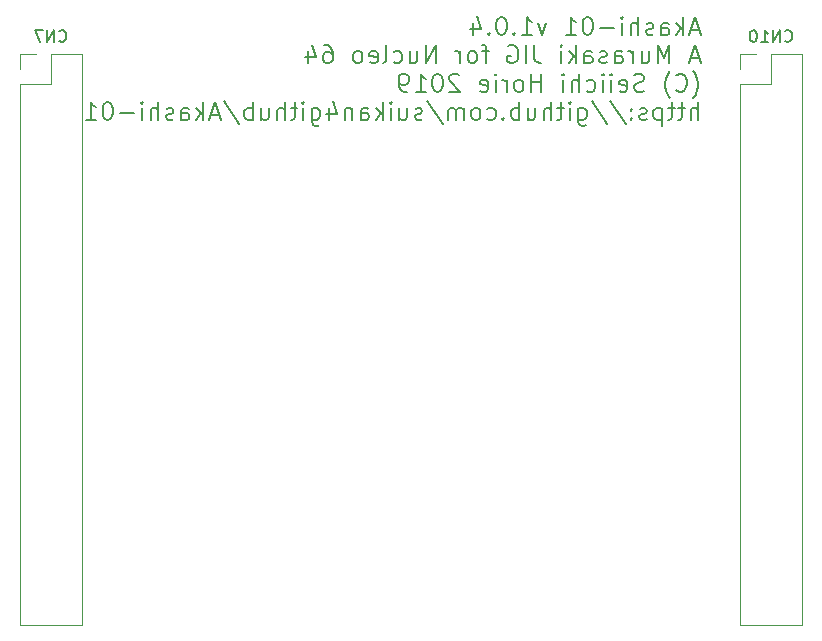
<source format=gbo>
G04 #@! TF.GenerationSoftware,KiCad,Pcbnew,5.1.5-52549c5~84~ubuntu16.04.1*
G04 #@! TF.CreationDate,2020-01-04T11:31:47+09:00*
G04 #@! TF.ProjectId,Akashi-01,416b6173-6869-42d3-9031-2e6b69636164,rev?*
G04 #@! TF.SameCoordinates,Original*
G04 #@! TF.FileFunction,Legend,Bot*
G04 #@! TF.FilePolarity,Positive*
%FSLAX46Y46*%
G04 Gerber Fmt 4.6, Leading zero omitted, Abs format (unit mm)*
G04 Created by KiCad (PCBNEW 5.1.5-52549c5~84~ubuntu16.04.1) date 2020-01-04 11:31:47*
%MOMM*%
%LPD*%
G04 APERTURE LIST*
%ADD10C,0.150000*%
%ADD11C,0.120000*%
G04 APERTURE END LIST*
D10*
X175511785Y-57610000D02*
X174797500Y-57610000D01*
X175654642Y-58038571D02*
X175154642Y-56538571D01*
X174654642Y-58038571D01*
X174154642Y-58038571D02*
X174154642Y-56538571D01*
X174011785Y-57467142D02*
X173583214Y-58038571D01*
X173583214Y-57038571D02*
X174154642Y-57610000D01*
X172297500Y-58038571D02*
X172297500Y-57252857D01*
X172368928Y-57110000D01*
X172511785Y-57038571D01*
X172797500Y-57038571D01*
X172940357Y-57110000D01*
X172297500Y-57967142D02*
X172440357Y-58038571D01*
X172797500Y-58038571D01*
X172940357Y-57967142D01*
X173011785Y-57824285D01*
X173011785Y-57681428D01*
X172940357Y-57538571D01*
X172797500Y-57467142D01*
X172440357Y-57467142D01*
X172297500Y-57395714D01*
X171654642Y-57967142D02*
X171511785Y-58038571D01*
X171226071Y-58038571D01*
X171083214Y-57967142D01*
X171011785Y-57824285D01*
X171011785Y-57752857D01*
X171083214Y-57610000D01*
X171226071Y-57538571D01*
X171440357Y-57538571D01*
X171583214Y-57467142D01*
X171654642Y-57324285D01*
X171654642Y-57252857D01*
X171583214Y-57110000D01*
X171440357Y-57038571D01*
X171226071Y-57038571D01*
X171083214Y-57110000D01*
X170368928Y-58038571D02*
X170368928Y-56538571D01*
X169726071Y-58038571D02*
X169726071Y-57252857D01*
X169797500Y-57110000D01*
X169940357Y-57038571D01*
X170154642Y-57038571D01*
X170297500Y-57110000D01*
X170368928Y-57181428D01*
X169011785Y-58038571D02*
X169011785Y-57038571D01*
X169011785Y-56538571D02*
X169083214Y-56610000D01*
X169011785Y-56681428D01*
X168940357Y-56610000D01*
X169011785Y-56538571D01*
X169011785Y-56681428D01*
X168297500Y-57467142D02*
X167154642Y-57467142D01*
X166154642Y-56538571D02*
X166011785Y-56538571D01*
X165868928Y-56610000D01*
X165797500Y-56681428D01*
X165726071Y-56824285D01*
X165654642Y-57110000D01*
X165654642Y-57467142D01*
X165726071Y-57752857D01*
X165797500Y-57895714D01*
X165868928Y-57967142D01*
X166011785Y-58038571D01*
X166154642Y-58038571D01*
X166297500Y-57967142D01*
X166368928Y-57895714D01*
X166440357Y-57752857D01*
X166511785Y-57467142D01*
X166511785Y-57110000D01*
X166440357Y-56824285D01*
X166368928Y-56681428D01*
X166297500Y-56610000D01*
X166154642Y-56538571D01*
X164226071Y-58038571D02*
X165083214Y-58038571D01*
X164654642Y-58038571D02*
X164654642Y-56538571D01*
X164797500Y-56752857D01*
X164940357Y-56895714D01*
X165083214Y-56967142D01*
X162583214Y-57038571D02*
X162226071Y-58038571D01*
X161868928Y-57038571D01*
X160511785Y-58038571D02*
X161368928Y-58038571D01*
X160940357Y-58038571D02*
X160940357Y-56538571D01*
X161083214Y-56752857D01*
X161226071Y-56895714D01*
X161368928Y-56967142D01*
X159868928Y-57895714D02*
X159797500Y-57967142D01*
X159868928Y-58038571D01*
X159940357Y-57967142D01*
X159868928Y-57895714D01*
X159868928Y-58038571D01*
X158868928Y-56538571D02*
X158726071Y-56538571D01*
X158583214Y-56610000D01*
X158511785Y-56681428D01*
X158440357Y-56824285D01*
X158368928Y-57110000D01*
X158368928Y-57467142D01*
X158440357Y-57752857D01*
X158511785Y-57895714D01*
X158583214Y-57967142D01*
X158726071Y-58038571D01*
X158868928Y-58038571D01*
X159011785Y-57967142D01*
X159083214Y-57895714D01*
X159154642Y-57752857D01*
X159226071Y-57467142D01*
X159226071Y-57110000D01*
X159154642Y-56824285D01*
X159083214Y-56681428D01*
X159011785Y-56610000D01*
X158868928Y-56538571D01*
X157726071Y-57895714D02*
X157654642Y-57967142D01*
X157726071Y-58038571D01*
X157797500Y-57967142D01*
X157726071Y-57895714D01*
X157726071Y-58038571D01*
X156368928Y-57038571D02*
X156368928Y-58038571D01*
X156726071Y-56467142D02*
X157083214Y-57538571D01*
X156154642Y-57538571D01*
X175511785Y-60010000D02*
X174797500Y-60010000D01*
X175654642Y-60438571D02*
X175154642Y-58938571D01*
X174654642Y-60438571D01*
X173011785Y-60438571D02*
X173011785Y-58938571D01*
X172511785Y-60010000D01*
X172011785Y-58938571D01*
X172011785Y-60438571D01*
X170654642Y-59438571D02*
X170654642Y-60438571D01*
X171297500Y-59438571D02*
X171297500Y-60224285D01*
X171226071Y-60367142D01*
X171083214Y-60438571D01*
X170868928Y-60438571D01*
X170726071Y-60367142D01*
X170654642Y-60295714D01*
X169940357Y-60438571D02*
X169940357Y-59438571D01*
X169940357Y-59724285D02*
X169868928Y-59581428D01*
X169797500Y-59510000D01*
X169654642Y-59438571D01*
X169511785Y-59438571D01*
X168368928Y-60438571D02*
X168368928Y-59652857D01*
X168440357Y-59510000D01*
X168583214Y-59438571D01*
X168868928Y-59438571D01*
X169011785Y-59510000D01*
X168368928Y-60367142D02*
X168511785Y-60438571D01*
X168868928Y-60438571D01*
X169011785Y-60367142D01*
X169083214Y-60224285D01*
X169083214Y-60081428D01*
X169011785Y-59938571D01*
X168868928Y-59867142D01*
X168511785Y-59867142D01*
X168368928Y-59795714D01*
X167726071Y-60367142D02*
X167583214Y-60438571D01*
X167297500Y-60438571D01*
X167154642Y-60367142D01*
X167083214Y-60224285D01*
X167083214Y-60152857D01*
X167154642Y-60010000D01*
X167297500Y-59938571D01*
X167511785Y-59938571D01*
X167654642Y-59867142D01*
X167726071Y-59724285D01*
X167726071Y-59652857D01*
X167654642Y-59510000D01*
X167511785Y-59438571D01*
X167297500Y-59438571D01*
X167154642Y-59510000D01*
X165797500Y-60438571D02*
X165797500Y-59652857D01*
X165868928Y-59510000D01*
X166011785Y-59438571D01*
X166297500Y-59438571D01*
X166440357Y-59510000D01*
X165797500Y-60367142D02*
X165940357Y-60438571D01*
X166297500Y-60438571D01*
X166440357Y-60367142D01*
X166511785Y-60224285D01*
X166511785Y-60081428D01*
X166440357Y-59938571D01*
X166297500Y-59867142D01*
X165940357Y-59867142D01*
X165797500Y-59795714D01*
X165083214Y-60438571D02*
X165083214Y-58938571D01*
X164940357Y-59867142D02*
X164511785Y-60438571D01*
X164511785Y-59438571D02*
X165083214Y-60010000D01*
X163868928Y-60438571D02*
X163868928Y-59438571D01*
X163868928Y-58938571D02*
X163940357Y-59010000D01*
X163868928Y-59081428D01*
X163797500Y-59010000D01*
X163868928Y-58938571D01*
X163868928Y-59081428D01*
X161583214Y-58938571D02*
X161583214Y-60010000D01*
X161654642Y-60224285D01*
X161797500Y-60367142D01*
X162011785Y-60438571D01*
X162154642Y-60438571D01*
X160868928Y-60438571D02*
X160868928Y-58938571D01*
X159368928Y-59010000D02*
X159511785Y-58938571D01*
X159726071Y-58938571D01*
X159940357Y-59010000D01*
X160083214Y-59152857D01*
X160154642Y-59295714D01*
X160226071Y-59581428D01*
X160226071Y-59795714D01*
X160154642Y-60081428D01*
X160083214Y-60224285D01*
X159940357Y-60367142D01*
X159726071Y-60438571D01*
X159583214Y-60438571D01*
X159368928Y-60367142D01*
X159297500Y-60295714D01*
X159297500Y-59795714D01*
X159583214Y-59795714D01*
X157726071Y-59438571D02*
X157154642Y-59438571D01*
X157511785Y-60438571D02*
X157511785Y-59152857D01*
X157440357Y-59010000D01*
X157297500Y-58938571D01*
X157154642Y-58938571D01*
X156440357Y-60438571D02*
X156583214Y-60367142D01*
X156654642Y-60295714D01*
X156726071Y-60152857D01*
X156726071Y-59724285D01*
X156654642Y-59581428D01*
X156583214Y-59510000D01*
X156440357Y-59438571D01*
X156226071Y-59438571D01*
X156083214Y-59510000D01*
X156011785Y-59581428D01*
X155940357Y-59724285D01*
X155940357Y-60152857D01*
X156011785Y-60295714D01*
X156083214Y-60367142D01*
X156226071Y-60438571D01*
X156440357Y-60438571D01*
X155297500Y-60438571D02*
X155297500Y-59438571D01*
X155297500Y-59724285D02*
X155226071Y-59581428D01*
X155154642Y-59510000D01*
X155011785Y-59438571D01*
X154868928Y-59438571D01*
X153226071Y-60438571D02*
X153226071Y-58938571D01*
X152368928Y-60438571D01*
X152368928Y-58938571D01*
X151011785Y-59438571D02*
X151011785Y-60438571D01*
X151654642Y-59438571D02*
X151654642Y-60224285D01*
X151583214Y-60367142D01*
X151440357Y-60438571D01*
X151226071Y-60438571D01*
X151083214Y-60367142D01*
X151011785Y-60295714D01*
X149654642Y-60367142D02*
X149797500Y-60438571D01*
X150083214Y-60438571D01*
X150226071Y-60367142D01*
X150297500Y-60295714D01*
X150368928Y-60152857D01*
X150368928Y-59724285D01*
X150297500Y-59581428D01*
X150226071Y-59510000D01*
X150083214Y-59438571D01*
X149797500Y-59438571D01*
X149654642Y-59510000D01*
X148797500Y-60438571D02*
X148940357Y-60367142D01*
X149011785Y-60224285D01*
X149011785Y-58938571D01*
X147654642Y-60367142D02*
X147797500Y-60438571D01*
X148083214Y-60438571D01*
X148226071Y-60367142D01*
X148297500Y-60224285D01*
X148297500Y-59652857D01*
X148226071Y-59510000D01*
X148083214Y-59438571D01*
X147797500Y-59438571D01*
X147654642Y-59510000D01*
X147583214Y-59652857D01*
X147583214Y-59795714D01*
X148297500Y-59938571D01*
X146726071Y-60438571D02*
X146868928Y-60367142D01*
X146940357Y-60295714D01*
X147011785Y-60152857D01*
X147011785Y-59724285D01*
X146940357Y-59581428D01*
X146868928Y-59510000D01*
X146726071Y-59438571D01*
X146511785Y-59438571D01*
X146368928Y-59510000D01*
X146297500Y-59581428D01*
X146226071Y-59724285D01*
X146226071Y-60152857D01*
X146297500Y-60295714D01*
X146368928Y-60367142D01*
X146511785Y-60438571D01*
X146726071Y-60438571D01*
X143797500Y-58938571D02*
X144083214Y-58938571D01*
X144226071Y-59010000D01*
X144297500Y-59081428D01*
X144440357Y-59295714D01*
X144511785Y-59581428D01*
X144511785Y-60152857D01*
X144440357Y-60295714D01*
X144368928Y-60367142D01*
X144226071Y-60438571D01*
X143940357Y-60438571D01*
X143797500Y-60367142D01*
X143726071Y-60295714D01*
X143654642Y-60152857D01*
X143654642Y-59795714D01*
X143726071Y-59652857D01*
X143797500Y-59581428D01*
X143940357Y-59510000D01*
X144226071Y-59510000D01*
X144368928Y-59581428D01*
X144440357Y-59652857D01*
X144511785Y-59795714D01*
X142368928Y-59438571D02*
X142368928Y-60438571D01*
X142726071Y-58867142D02*
X143083214Y-59938571D01*
X142154642Y-59938571D01*
X175011785Y-63410000D02*
X175083214Y-63338571D01*
X175226071Y-63124285D01*
X175297500Y-62981428D01*
X175368928Y-62767142D01*
X175440357Y-62410000D01*
X175440357Y-62124285D01*
X175368928Y-61767142D01*
X175297500Y-61552857D01*
X175226071Y-61410000D01*
X175083214Y-61195714D01*
X175011785Y-61124285D01*
X173583214Y-62695714D02*
X173654642Y-62767142D01*
X173868928Y-62838571D01*
X174011785Y-62838571D01*
X174226071Y-62767142D01*
X174368928Y-62624285D01*
X174440357Y-62481428D01*
X174511785Y-62195714D01*
X174511785Y-61981428D01*
X174440357Y-61695714D01*
X174368928Y-61552857D01*
X174226071Y-61410000D01*
X174011785Y-61338571D01*
X173868928Y-61338571D01*
X173654642Y-61410000D01*
X173583214Y-61481428D01*
X173083214Y-63410000D02*
X173011785Y-63338571D01*
X172868928Y-63124285D01*
X172797500Y-62981428D01*
X172726071Y-62767142D01*
X172654642Y-62410000D01*
X172654642Y-62124285D01*
X172726071Y-61767142D01*
X172797500Y-61552857D01*
X172868928Y-61410000D01*
X173011785Y-61195714D01*
X173083214Y-61124285D01*
X170868928Y-62767142D02*
X170654642Y-62838571D01*
X170297500Y-62838571D01*
X170154642Y-62767142D01*
X170083214Y-62695714D01*
X170011785Y-62552857D01*
X170011785Y-62410000D01*
X170083214Y-62267142D01*
X170154642Y-62195714D01*
X170297500Y-62124285D01*
X170583214Y-62052857D01*
X170726071Y-61981428D01*
X170797500Y-61910000D01*
X170868928Y-61767142D01*
X170868928Y-61624285D01*
X170797500Y-61481428D01*
X170726071Y-61410000D01*
X170583214Y-61338571D01*
X170226071Y-61338571D01*
X170011785Y-61410000D01*
X168797500Y-62767142D02*
X168940357Y-62838571D01*
X169226071Y-62838571D01*
X169368928Y-62767142D01*
X169440357Y-62624285D01*
X169440357Y-62052857D01*
X169368928Y-61910000D01*
X169226071Y-61838571D01*
X168940357Y-61838571D01*
X168797500Y-61910000D01*
X168726071Y-62052857D01*
X168726071Y-62195714D01*
X169440357Y-62338571D01*
X168083214Y-62838571D02*
X168083214Y-61838571D01*
X168083214Y-61338571D02*
X168154642Y-61410000D01*
X168083214Y-61481428D01*
X168011785Y-61410000D01*
X168083214Y-61338571D01*
X168083214Y-61481428D01*
X167368928Y-62838571D02*
X167368928Y-61838571D01*
X167368928Y-61338571D02*
X167440357Y-61410000D01*
X167368928Y-61481428D01*
X167297500Y-61410000D01*
X167368928Y-61338571D01*
X167368928Y-61481428D01*
X166011785Y-62767142D02*
X166154642Y-62838571D01*
X166440357Y-62838571D01*
X166583214Y-62767142D01*
X166654642Y-62695714D01*
X166726071Y-62552857D01*
X166726071Y-62124285D01*
X166654642Y-61981428D01*
X166583214Y-61910000D01*
X166440357Y-61838571D01*
X166154642Y-61838571D01*
X166011785Y-61910000D01*
X165368928Y-62838571D02*
X165368928Y-61338571D01*
X164726071Y-62838571D02*
X164726071Y-62052857D01*
X164797500Y-61910000D01*
X164940357Y-61838571D01*
X165154642Y-61838571D01*
X165297500Y-61910000D01*
X165368928Y-61981428D01*
X164011785Y-62838571D02*
X164011785Y-61838571D01*
X164011785Y-61338571D02*
X164083214Y-61410000D01*
X164011785Y-61481428D01*
X163940357Y-61410000D01*
X164011785Y-61338571D01*
X164011785Y-61481428D01*
X162154642Y-62838571D02*
X162154642Y-61338571D01*
X162154642Y-62052857D02*
X161297500Y-62052857D01*
X161297500Y-62838571D02*
X161297500Y-61338571D01*
X160368928Y-62838571D02*
X160511785Y-62767142D01*
X160583214Y-62695714D01*
X160654642Y-62552857D01*
X160654642Y-62124285D01*
X160583214Y-61981428D01*
X160511785Y-61910000D01*
X160368928Y-61838571D01*
X160154642Y-61838571D01*
X160011785Y-61910000D01*
X159940357Y-61981428D01*
X159868928Y-62124285D01*
X159868928Y-62552857D01*
X159940357Y-62695714D01*
X160011785Y-62767142D01*
X160154642Y-62838571D01*
X160368928Y-62838571D01*
X159226071Y-62838571D02*
X159226071Y-61838571D01*
X159226071Y-62124285D02*
X159154642Y-61981428D01*
X159083214Y-61910000D01*
X158940357Y-61838571D01*
X158797500Y-61838571D01*
X158297500Y-62838571D02*
X158297500Y-61838571D01*
X158297500Y-61338571D02*
X158368928Y-61410000D01*
X158297500Y-61481428D01*
X158226071Y-61410000D01*
X158297500Y-61338571D01*
X158297500Y-61481428D01*
X157011785Y-62767142D02*
X157154642Y-62838571D01*
X157440357Y-62838571D01*
X157583214Y-62767142D01*
X157654642Y-62624285D01*
X157654642Y-62052857D01*
X157583214Y-61910000D01*
X157440357Y-61838571D01*
X157154642Y-61838571D01*
X157011785Y-61910000D01*
X156940357Y-62052857D01*
X156940357Y-62195714D01*
X157654642Y-62338571D01*
X155226071Y-61481428D02*
X155154642Y-61410000D01*
X155011785Y-61338571D01*
X154654642Y-61338571D01*
X154511785Y-61410000D01*
X154440357Y-61481428D01*
X154368928Y-61624285D01*
X154368928Y-61767142D01*
X154440357Y-61981428D01*
X155297500Y-62838571D01*
X154368928Y-62838571D01*
X153440357Y-61338571D02*
X153297500Y-61338571D01*
X153154642Y-61410000D01*
X153083214Y-61481428D01*
X153011785Y-61624285D01*
X152940357Y-61910000D01*
X152940357Y-62267142D01*
X153011785Y-62552857D01*
X153083214Y-62695714D01*
X153154642Y-62767142D01*
X153297500Y-62838571D01*
X153440357Y-62838571D01*
X153583214Y-62767142D01*
X153654642Y-62695714D01*
X153726071Y-62552857D01*
X153797500Y-62267142D01*
X153797500Y-61910000D01*
X153726071Y-61624285D01*
X153654642Y-61481428D01*
X153583214Y-61410000D01*
X153440357Y-61338571D01*
X151511785Y-62838571D02*
X152368928Y-62838571D01*
X151940357Y-62838571D02*
X151940357Y-61338571D01*
X152083214Y-61552857D01*
X152226071Y-61695714D01*
X152368928Y-61767142D01*
X150797500Y-62838571D02*
X150511785Y-62838571D01*
X150368928Y-62767142D01*
X150297500Y-62695714D01*
X150154642Y-62481428D01*
X150083214Y-62195714D01*
X150083214Y-61624285D01*
X150154642Y-61481428D01*
X150226071Y-61410000D01*
X150368928Y-61338571D01*
X150654642Y-61338571D01*
X150797500Y-61410000D01*
X150868928Y-61481428D01*
X150940357Y-61624285D01*
X150940357Y-61981428D01*
X150868928Y-62124285D01*
X150797500Y-62195714D01*
X150654642Y-62267142D01*
X150368928Y-62267142D01*
X150226071Y-62195714D01*
X150154642Y-62124285D01*
X150083214Y-61981428D01*
X175440357Y-65238571D02*
X175440357Y-63738571D01*
X174797500Y-65238571D02*
X174797500Y-64452857D01*
X174868928Y-64310000D01*
X175011785Y-64238571D01*
X175226071Y-64238571D01*
X175368928Y-64310000D01*
X175440357Y-64381428D01*
X174297500Y-64238571D02*
X173726071Y-64238571D01*
X174083214Y-63738571D02*
X174083214Y-65024285D01*
X174011785Y-65167142D01*
X173868928Y-65238571D01*
X173726071Y-65238571D01*
X173440357Y-64238571D02*
X172868928Y-64238571D01*
X173226071Y-63738571D02*
X173226071Y-65024285D01*
X173154642Y-65167142D01*
X173011785Y-65238571D01*
X172868928Y-65238571D01*
X172368928Y-64238571D02*
X172368928Y-65738571D01*
X172368928Y-64310000D02*
X172226071Y-64238571D01*
X171940357Y-64238571D01*
X171797500Y-64310000D01*
X171726071Y-64381428D01*
X171654642Y-64524285D01*
X171654642Y-64952857D01*
X171726071Y-65095714D01*
X171797500Y-65167142D01*
X171940357Y-65238571D01*
X172226071Y-65238571D01*
X172368928Y-65167142D01*
X171083214Y-65167142D02*
X170940357Y-65238571D01*
X170654642Y-65238571D01*
X170511785Y-65167142D01*
X170440357Y-65024285D01*
X170440357Y-64952857D01*
X170511785Y-64810000D01*
X170654642Y-64738571D01*
X170868928Y-64738571D01*
X171011785Y-64667142D01*
X171083214Y-64524285D01*
X171083214Y-64452857D01*
X171011785Y-64310000D01*
X170868928Y-64238571D01*
X170654642Y-64238571D01*
X170511785Y-64310000D01*
X169797500Y-65095714D02*
X169726071Y-65167142D01*
X169797500Y-65238571D01*
X169868928Y-65167142D01*
X169797500Y-65095714D01*
X169797500Y-65238571D01*
X169797500Y-64310000D02*
X169726071Y-64381428D01*
X169797500Y-64452857D01*
X169868928Y-64381428D01*
X169797500Y-64310000D01*
X169797500Y-64452857D01*
X168011785Y-63667142D02*
X169297500Y-65595714D01*
X166440357Y-63667142D02*
X167726071Y-65595714D01*
X165297500Y-64238571D02*
X165297500Y-65452857D01*
X165368928Y-65595714D01*
X165440357Y-65667142D01*
X165583214Y-65738571D01*
X165797500Y-65738571D01*
X165940357Y-65667142D01*
X165297500Y-65167142D02*
X165440357Y-65238571D01*
X165726071Y-65238571D01*
X165868928Y-65167142D01*
X165940357Y-65095714D01*
X166011785Y-64952857D01*
X166011785Y-64524285D01*
X165940357Y-64381428D01*
X165868928Y-64310000D01*
X165726071Y-64238571D01*
X165440357Y-64238571D01*
X165297500Y-64310000D01*
X164583214Y-65238571D02*
X164583214Y-64238571D01*
X164583214Y-63738571D02*
X164654642Y-63810000D01*
X164583214Y-63881428D01*
X164511785Y-63810000D01*
X164583214Y-63738571D01*
X164583214Y-63881428D01*
X164083214Y-64238571D02*
X163511785Y-64238571D01*
X163868928Y-63738571D02*
X163868928Y-65024285D01*
X163797500Y-65167142D01*
X163654642Y-65238571D01*
X163511785Y-65238571D01*
X163011785Y-65238571D02*
X163011785Y-63738571D01*
X162368928Y-65238571D02*
X162368928Y-64452857D01*
X162440357Y-64310000D01*
X162583214Y-64238571D01*
X162797499Y-64238571D01*
X162940357Y-64310000D01*
X163011785Y-64381428D01*
X161011785Y-64238571D02*
X161011785Y-65238571D01*
X161654642Y-64238571D02*
X161654642Y-65024285D01*
X161583214Y-65167142D01*
X161440357Y-65238571D01*
X161226071Y-65238571D01*
X161083214Y-65167142D01*
X161011785Y-65095714D01*
X160297499Y-65238571D02*
X160297499Y-63738571D01*
X160297499Y-64310000D02*
X160154642Y-64238571D01*
X159868928Y-64238571D01*
X159726071Y-64310000D01*
X159654642Y-64381428D01*
X159583214Y-64524285D01*
X159583214Y-64952857D01*
X159654642Y-65095714D01*
X159726071Y-65167142D01*
X159868928Y-65238571D01*
X160154642Y-65238571D01*
X160297499Y-65167142D01*
X158940357Y-65095714D02*
X158868928Y-65167142D01*
X158940357Y-65238571D01*
X159011785Y-65167142D01*
X158940357Y-65095714D01*
X158940357Y-65238571D01*
X157583214Y-65167142D02*
X157726071Y-65238571D01*
X158011785Y-65238571D01*
X158154642Y-65167142D01*
X158226071Y-65095714D01*
X158297499Y-64952857D01*
X158297499Y-64524285D01*
X158226071Y-64381428D01*
X158154642Y-64310000D01*
X158011785Y-64238571D01*
X157726071Y-64238571D01*
X157583214Y-64310000D01*
X156726071Y-65238571D02*
X156868928Y-65167142D01*
X156940357Y-65095714D01*
X157011785Y-64952857D01*
X157011785Y-64524285D01*
X156940357Y-64381428D01*
X156868928Y-64310000D01*
X156726071Y-64238571D01*
X156511785Y-64238571D01*
X156368928Y-64310000D01*
X156297499Y-64381428D01*
X156226071Y-64524285D01*
X156226071Y-64952857D01*
X156297499Y-65095714D01*
X156368928Y-65167142D01*
X156511785Y-65238571D01*
X156726071Y-65238571D01*
X155583214Y-65238571D02*
X155583214Y-64238571D01*
X155583214Y-64381428D02*
X155511785Y-64310000D01*
X155368928Y-64238571D01*
X155154642Y-64238571D01*
X155011785Y-64310000D01*
X154940357Y-64452857D01*
X154940357Y-65238571D01*
X154940357Y-64452857D02*
X154868928Y-64310000D01*
X154726071Y-64238571D01*
X154511785Y-64238571D01*
X154368928Y-64310000D01*
X154297499Y-64452857D01*
X154297499Y-65238571D01*
X152511785Y-63667142D02*
X153797499Y-65595714D01*
X152083214Y-65167142D02*
X151940357Y-65238571D01*
X151654642Y-65238571D01*
X151511785Y-65167142D01*
X151440357Y-65024285D01*
X151440357Y-64952857D01*
X151511785Y-64810000D01*
X151654642Y-64738571D01*
X151868928Y-64738571D01*
X152011785Y-64667142D01*
X152083214Y-64524285D01*
X152083214Y-64452857D01*
X152011785Y-64310000D01*
X151868928Y-64238571D01*
X151654642Y-64238571D01*
X151511785Y-64310000D01*
X150154642Y-64238571D02*
X150154642Y-65238571D01*
X150797499Y-64238571D02*
X150797499Y-65024285D01*
X150726071Y-65167142D01*
X150583214Y-65238571D01*
X150368928Y-65238571D01*
X150226071Y-65167142D01*
X150154642Y-65095714D01*
X149440357Y-65238571D02*
X149440357Y-64238571D01*
X149440357Y-63738571D02*
X149511785Y-63810000D01*
X149440357Y-63881428D01*
X149368928Y-63810000D01*
X149440357Y-63738571D01*
X149440357Y-63881428D01*
X148726071Y-65238571D02*
X148726071Y-63738571D01*
X148583214Y-64667142D02*
X148154642Y-65238571D01*
X148154642Y-64238571D02*
X148726071Y-64810000D01*
X146868928Y-65238571D02*
X146868928Y-64452857D01*
X146940357Y-64310000D01*
X147083214Y-64238571D01*
X147368928Y-64238571D01*
X147511785Y-64310000D01*
X146868928Y-65167142D02*
X147011785Y-65238571D01*
X147368928Y-65238571D01*
X147511785Y-65167142D01*
X147583214Y-65024285D01*
X147583214Y-64881428D01*
X147511785Y-64738571D01*
X147368928Y-64667142D01*
X147011785Y-64667142D01*
X146868928Y-64595714D01*
X146154642Y-64238571D02*
X146154642Y-65238571D01*
X146154642Y-64381428D02*
X146083214Y-64310000D01*
X145940357Y-64238571D01*
X145726071Y-64238571D01*
X145583214Y-64310000D01*
X145511785Y-64452857D01*
X145511785Y-65238571D01*
X144154642Y-64238571D02*
X144154642Y-65238571D01*
X144511785Y-63667142D02*
X144868928Y-64738571D01*
X143940357Y-64738571D01*
X142726071Y-64238571D02*
X142726071Y-65452857D01*
X142797499Y-65595714D01*
X142868928Y-65667142D01*
X143011785Y-65738571D01*
X143226071Y-65738571D01*
X143368928Y-65667142D01*
X142726071Y-65167142D02*
X142868928Y-65238571D01*
X143154642Y-65238571D01*
X143297499Y-65167142D01*
X143368928Y-65095714D01*
X143440357Y-64952857D01*
X143440357Y-64524285D01*
X143368928Y-64381428D01*
X143297499Y-64310000D01*
X143154642Y-64238571D01*
X142868928Y-64238571D01*
X142726071Y-64310000D01*
X142011785Y-65238571D02*
X142011785Y-64238571D01*
X142011785Y-63738571D02*
X142083214Y-63810000D01*
X142011785Y-63881428D01*
X141940357Y-63810000D01*
X142011785Y-63738571D01*
X142011785Y-63881428D01*
X141511785Y-64238571D02*
X140940357Y-64238571D01*
X141297499Y-63738571D02*
X141297499Y-65024285D01*
X141226071Y-65167142D01*
X141083214Y-65238571D01*
X140940357Y-65238571D01*
X140440357Y-65238571D02*
X140440357Y-63738571D01*
X139797499Y-65238571D02*
X139797499Y-64452857D01*
X139868928Y-64310000D01*
X140011785Y-64238571D01*
X140226071Y-64238571D01*
X140368928Y-64310000D01*
X140440357Y-64381428D01*
X138440357Y-64238571D02*
X138440357Y-65238571D01*
X139083214Y-64238571D02*
X139083214Y-65024285D01*
X139011785Y-65167142D01*
X138868928Y-65238571D01*
X138654642Y-65238571D01*
X138511785Y-65167142D01*
X138440357Y-65095714D01*
X137726071Y-65238571D02*
X137726071Y-63738571D01*
X137726071Y-64310000D02*
X137583214Y-64238571D01*
X137297499Y-64238571D01*
X137154642Y-64310000D01*
X137083214Y-64381428D01*
X137011785Y-64524285D01*
X137011785Y-64952857D01*
X137083214Y-65095714D01*
X137154642Y-65167142D01*
X137297499Y-65238571D01*
X137583214Y-65238571D01*
X137726071Y-65167142D01*
X135297499Y-63667142D02*
X136583214Y-65595714D01*
X134868928Y-64810000D02*
X134154642Y-64810000D01*
X135011785Y-65238571D02*
X134511785Y-63738571D01*
X134011785Y-65238571D01*
X133511785Y-65238571D02*
X133511785Y-63738571D01*
X133368928Y-64667142D02*
X132940357Y-65238571D01*
X132940357Y-64238571D02*
X133511785Y-64810000D01*
X131654642Y-65238571D02*
X131654642Y-64452857D01*
X131726071Y-64310000D01*
X131868928Y-64238571D01*
X132154642Y-64238571D01*
X132297499Y-64310000D01*
X131654642Y-65167142D02*
X131797499Y-65238571D01*
X132154642Y-65238571D01*
X132297499Y-65167142D01*
X132368928Y-65024285D01*
X132368928Y-64881428D01*
X132297499Y-64738571D01*
X132154642Y-64667142D01*
X131797499Y-64667142D01*
X131654642Y-64595714D01*
X131011785Y-65167142D02*
X130868928Y-65238571D01*
X130583214Y-65238571D01*
X130440357Y-65167142D01*
X130368928Y-65024285D01*
X130368928Y-64952857D01*
X130440357Y-64810000D01*
X130583214Y-64738571D01*
X130797499Y-64738571D01*
X130940357Y-64667142D01*
X131011785Y-64524285D01*
X131011785Y-64452857D01*
X130940357Y-64310000D01*
X130797499Y-64238571D01*
X130583214Y-64238571D01*
X130440357Y-64310000D01*
X129726071Y-65238571D02*
X129726071Y-63738571D01*
X129083214Y-65238571D02*
X129083214Y-64452857D01*
X129154642Y-64310000D01*
X129297499Y-64238571D01*
X129511785Y-64238571D01*
X129654642Y-64310000D01*
X129726071Y-64381428D01*
X128368928Y-65238571D02*
X128368928Y-64238571D01*
X128368928Y-63738571D02*
X128440357Y-63810000D01*
X128368928Y-63881428D01*
X128297499Y-63810000D01*
X128368928Y-63738571D01*
X128368928Y-63881428D01*
X127654642Y-64667142D02*
X126511785Y-64667142D01*
X125511785Y-63738571D02*
X125368928Y-63738571D01*
X125226071Y-63810000D01*
X125154642Y-63881428D01*
X125083214Y-64024285D01*
X125011785Y-64310000D01*
X125011785Y-64667142D01*
X125083214Y-64952857D01*
X125154642Y-65095714D01*
X125226071Y-65167142D01*
X125368928Y-65238571D01*
X125511785Y-65238571D01*
X125654642Y-65167142D01*
X125726071Y-65095714D01*
X125797499Y-64952857D01*
X125868928Y-64667142D01*
X125868928Y-64310000D01*
X125797499Y-64024285D01*
X125726071Y-63881428D01*
X125654642Y-63810000D01*
X125511785Y-63738571D01*
X123583214Y-65238571D02*
X124440357Y-65238571D01*
X124011785Y-65238571D02*
X124011785Y-63738571D01*
X124154642Y-63952857D01*
X124297499Y-64095714D01*
X124440357Y-64167142D01*
D11*
X119380000Y-59630000D02*
X118050000Y-59630000D01*
X118050000Y-59630000D02*
X118050000Y-60960000D01*
X120650000Y-59630000D02*
X120650000Y-62230000D01*
X120650000Y-62230000D02*
X118050000Y-62230000D01*
X118050000Y-62230000D02*
X118050000Y-108010000D01*
X123250000Y-108010000D02*
X118050000Y-108010000D01*
X123250000Y-59630000D02*
X123250000Y-108010000D01*
X123250000Y-59630000D02*
X120650000Y-59630000D01*
X184210000Y-59630000D02*
X181610000Y-59630000D01*
X184210000Y-59630000D02*
X184210000Y-108010000D01*
X184210000Y-108010000D02*
X179010000Y-108010000D01*
X179010000Y-62230000D02*
X179010000Y-108010000D01*
X181610000Y-62230000D02*
X179010000Y-62230000D01*
X181610000Y-59630000D02*
X181610000Y-62230000D01*
X179010000Y-59630000D02*
X179010000Y-60960000D01*
X180340000Y-59630000D02*
X179010000Y-59630000D01*
D10*
X121340476Y-58547142D02*
X121388095Y-58594761D01*
X121530952Y-58642380D01*
X121626190Y-58642380D01*
X121769047Y-58594761D01*
X121864285Y-58499523D01*
X121911904Y-58404285D01*
X121959523Y-58213809D01*
X121959523Y-58070952D01*
X121911904Y-57880476D01*
X121864285Y-57785238D01*
X121769047Y-57690000D01*
X121626190Y-57642380D01*
X121530952Y-57642380D01*
X121388095Y-57690000D01*
X121340476Y-57737619D01*
X120911904Y-58642380D02*
X120911904Y-57642380D01*
X120340476Y-58642380D01*
X120340476Y-57642380D01*
X119959523Y-57642380D02*
X119292857Y-57642380D01*
X119721428Y-58642380D01*
X182776666Y-58547142D02*
X182824285Y-58594761D01*
X182967142Y-58642380D01*
X183062380Y-58642380D01*
X183205238Y-58594761D01*
X183300476Y-58499523D01*
X183348095Y-58404285D01*
X183395714Y-58213809D01*
X183395714Y-58070952D01*
X183348095Y-57880476D01*
X183300476Y-57785238D01*
X183205238Y-57690000D01*
X183062380Y-57642380D01*
X182967142Y-57642380D01*
X182824285Y-57690000D01*
X182776666Y-57737619D01*
X182348095Y-58642380D02*
X182348095Y-57642380D01*
X181776666Y-58642380D01*
X181776666Y-57642380D01*
X180776666Y-58642380D02*
X181348095Y-58642380D01*
X181062380Y-58642380D02*
X181062380Y-57642380D01*
X181157619Y-57785238D01*
X181252857Y-57880476D01*
X181348095Y-57928095D01*
X180157619Y-57642380D02*
X180062380Y-57642380D01*
X179967142Y-57690000D01*
X179919523Y-57737619D01*
X179871904Y-57832857D01*
X179824285Y-58023333D01*
X179824285Y-58261428D01*
X179871904Y-58451904D01*
X179919523Y-58547142D01*
X179967142Y-58594761D01*
X180062380Y-58642380D01*
X180157619Y-58642380D01*
X180252857Y-58594761D01*
X180300476Y-58547142D01*
X180348095Y-58451904D01*
X180395714Y-58261428D01*
X180395714Y-58023333D01*
X180348095Y-57832857D01*
X180300476Y-57737619D01*
X180252857Y-57690000D01*
X180157619Y-57642380D01*
M02*

</source>
